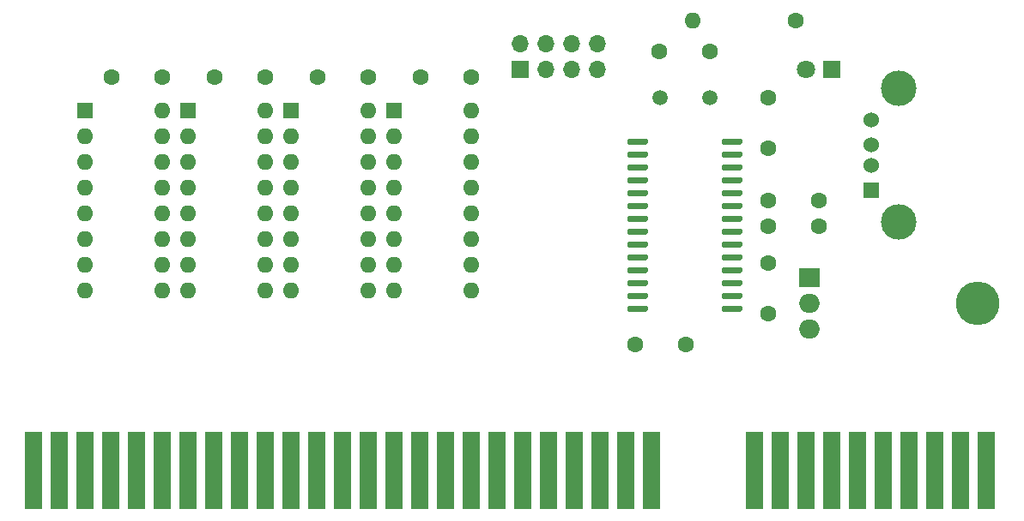
<source format=gbr>
G04 #@! TF.GenerationSoftware,KiCad,Pcbnew,(5.1.8)-1*
G04 #@! TF.CreationDate,2023-04-05T17:01:07-06:00*
G04 #@! TF.ProjectId,CH376S Module,43483337-3653-4204-9d6f-64756c652e6b,rev?*
G04 #@! TF.SameCoordinates,Original*
G04 #@! TF.FileFunction,Soldermask,Top*
G04 #@! TF.FilePolarity,Negative*
%FSLAX46Y46*%
G04 Gerber Fmt 4.6, Leading zero omitted, Abs format (unit mm)*
G04 Created by KiCad (PCBNEW (5.1.8)-1) date 2023-04-05 17:01:07*
%MOMM*%
%LPD*%
G01*
G04 APERTURE LIST*
%ADD10O,1.600000X1.600000*%
%ADD11R,1.600000X1.600000*%
%ADD12O,1.700000X1.700000*%
%ADD13R,1.700000X1.700000*%
%ADD14C,1.600000*%
%ADD15R,1.780000X7.620000*%
%ADD16O,2.000000X1.905000*%
%ADD17R,2.000000X1.905000*%
%ADD18O,4.318000X4.318000*%
%ADD19C,1.524000*%
%ADD20R,1.524000X1.524000*%
%ADD21C,3.500000*%
%ADD22C,1.500000*%
%ADD23C,1.800000*%
%ADD24R,1.800000X1.800000*%
G04 APERTURE END LIST*
D10*
G04 #@! TO.C,U3*
X149860000Y-109220000D03*
X142240000Y-127000000D03*
X149860000Y-111760000D03*
X142240000Y-124460000D03*
X149860000Y-114300000D03*
X142240000Y-121920000D03*
X149860000Y-116840000D03*
X142240000Y-119380000D03*
X149860000Y-119380000D03*
X142240000Y-116840000D03*
X149860000Y-121920000D03*
X142240000Y-114300000D03*
X149860000Y-124460000D03*
X142240000Y-111760000D03*
X149860000Y-127000000D03*
D11*
X142240000Y-109220000D03*
G04 #@! TD*
D12*
G04 #@! TO.C,J3*
X162306000Y-102616000D03*
X162306000Y-105156000D03*
X159766000Y-102616000D03*
X159766000Y-105156000D03*
X157226000Y-102616000D03*
X157226000Y-105156000D03*
X154686000Y-102616000D03*
D13*
X154686000Y-105156000D03*
G04 #@! TD*
D14*
G04 #@! TO.C,C3*
X149860000Y-105918000D03*
X144860000Y-105918000D03*
G04 #@! TD*
D10*
G04 #@! TO.C,U15*
X119380000Y-109220000D03*
X111760000Y-127000000D03*
X119380000Y-111760000D03*
X111760000Y-124460000D03*
X119380000Y-114300000D03*
X111760000Y-121920000D03*
X119380000Y-116840000D03*
X111760000Y-119380000D03*
X119380000Y-119380000D03*
X111760000Y-116840000D03*
X119380000Y-121920000D03*
X111760000Y-114300000D03*
X119380000Y-124460000D03*
X111760000Y-111760000D03*
X119380000Y-127000000D03*
D11*
X111760000Y-109220000D03*
G04 #@! TD*
D10*
G04 #@! TO.C,U14*
X129540000Y-109220000D03*
X121920000Y-127000000D03*
X129540000Y-111760000D03*
X121920000Y-124460000D03*
X129540000Y-114300000D03*
X121920000Y-121920000D03*
X129540000Y-116840000D03*
X121920000Y-119380000D03*
X129540000Y-119380000D03*
X121920000Y-116840000D03*
X129540000Y-121920000D03*
X121920000Y-114300000D03*
X129540000Y-124460000D03*
X121920000Y-111760000D03*
X129540000Y-127000000D03*
D11*
X121920000Y-109220000D03*
G04 #@! TD*
D10*
G04 #@! TO.C,U13*
X139700000Y-109220000D03*
X132080000Y-127000000D03*
X139700000Y-111760000D03*
X132080000Y-124460000D03*
X139700000Y-114300000D03*
X132080000Y-121920000D03*
X139700000Y-116840000D03*
X132080000Y-119380000D03*
X139700000Y-119380000D03*
X132080000Y-116840000D03*
X139700000Y-121920000D03*
X132080000Y-114300000D03*
X139700000Y-124460000D03*
X132080000Y-111760000D03*
X139700000Y-127000000D03*
D11*
X132080000Y-109220000D03*
G04 #@! TD*
D15*
G04 #@! TO.C,J2*
X200660000Y-144780000D03*
X198120000Y-144780000D03*
X193040000Y-144780000D03*
X195580000Y-144780000D03*
X177800000Y-144780000D03*
X180340000Y-144780000D03*
X182880000Y-144780000D03*
X185420000Y-144780000D03*
X187960000Y-144780000D03*
X190500000Y-144780000D03*
G04 #@! TD*
D14*
G04 #@! TO.C,C16*
X119380000Y-105918000D03*
X114380000Y-105918000D03*
G04 #@! TD*
G04 #@! TO.C,C15*
X139700000Y-105918000D03*
X134700000Y-105918000D03*
G04 #@! TD*
G04 #@! TO.C,C14*
X129540000Y-105918000D03*
X124540000Y-105918000D03*
G04 #@! TD*
D15*
G04 #@! TO.C,J1*
X106680000Y-144780000D03*
X109220000Y-144780000D03*
X111760000Y-144780000D03*
X114300000Y-144780000D03*
X116840000Y-144780000D03*
X119380000Y-144780000D03*
X121920000Y-144780000D03*
X124460000Y-144780000D03*
X127000000Y-144780000D03*
X129540000Y-144780000D03*
X132080000Y-144780000D03*
X134620000Y-144780000D03*
X137160000Y-144780000D03*
X139700000Y-144780000D03*
X142240000Y-144780000D03*
X144780000Y-144780000D03*
X147320000Y-144780000D03*
X149860000Y-144780000D03*
X152400000Y-144780000D03*
X154940000Y-144780000D03*
X157480000Y-144780000D03*
X160020000Y-144780000D03*
X162560000Y-144780000D03*
X165100000Y-144780000D03*
X167640000Y-144780000D03*
G04 #@! TD*
D16*
G04 #@! TO.C,U2*
X183197500Y-130873500D03*
X183197500Y-128333500D03*
D17*
X183197500Y-125793500D03*
D18*
X199857500Y-128333500D03*
G04 #@! TD*
D14*
G04 #@! TO.C,C5*
X179133500Y-113013500D03*
X179133500Y-108013500D03*
G04 #@! TD*
G04 #@! TO.C,C4*
X173402000Y-103378000D03*
X168402000Y-103378000D03*
G04 #@! TD*
G04 #@! TO.C,C2*
X179133500Y-118173500D03*
X184133500Y-118173500D03*
G04 #@! TD*
G04 #@! TO.C,C1*
X171005500Y-132397500D03*
X166005500Y-132397500D03*
G04 #@! TD*
D19*
G04 #@! TO.C,USB1*
X189293500Y-110157500D03*
X189293500Y-112657500D03*
X189293500Y-114657500D03*
D20*
X189293500Y-117157500D03*
D21*
X192003500Y-120227500D03*
X192003500Y-107087500D03*
G04 #@! TD*
D22*
G04 #@! TO.C,Y2*
X173365500Y-108013500D03*
X168465500Y-108013500D03*
G04 #@! TD*
G04 #@! TO.C,U1*
G36*
G01*
X167302500Y-128691500D02*
X167302500Y-128991500D01*
G75*
G02*
X167152500Y-129141500I-150000J0D01*
G01*
X165402500Y-129141500D01*
G75*
G02*
X165252500Y-128991500I0J150000D01*
G01*
X165252500Y-128691500D01*
G75*
G02*
X165402500Y-128541500I150000J0D01*
G01*
X167152500Y-128541500D01*
G75*
G02*
X167302500Y-128691500I0J-150000D01*
G01*
G37*
G36*
G01*
X167302500Y-127421500D02*
X167302500Y-127721500D01*
G75*
G02*
X167152500Y-127871500I-150000J0D01*
G01*
X165402500Y-127871500D01*
G75*
G02*
X165252500Y-127721500I0J150000D01*
G01*
X165252500Y-127421500D01*
G75*
G02*
X165402500Y-127271500I150000J0D01*
G01*
X167152500Y-127271500D01*
G75*
G02*
X167302500Y-127421500I0J-150000D01*
G01*
G37*
G36*
G01*
X167302500Y-126151500D02*
X167302500Y-126451500D01*
G75*
G02*
X167152500Y-126601500I-150000J0D01*
G01*
X165402500Y-126601500D01*
G75*
G02*
X165252500Y-126451500I0J150000D01*
G01*
X165252500Y-126151500D01*
G75*
G02*
X165402500Y-126001500I150000J0D01*
G01*
X167152500Y-126001500D01*
G75*
G02*
X167302500Y-126151500I0J-150000D01*
G01*
G37*
G36*
G01*
X167302500Y-124881500D02*
X167302500Y-125181500D01*
G75*
G02*
X167152500Y-125331500I-150000J0D01*
G01*
X165402500Y-125331500D01*
G75*
G02*
X165252500Y-125181500I0J150000D01*
G01*
X165252500Y-124881500D01*
G75*
G02*
X165402500Y-124731500I150000J0D01*
G01*
X167152500Y-124731500D01*
G75*
G02*
X167302500Y-124881500I0J-150000D01*
G01*
G37*
G36*
G01*
X167302500Y-123611500D02*
X167302500Y-123911500D01*
G75*
G02*
X167152500Y-124061500I-150000J0D01*
G01*
X165402500Y-124061500D01*
G75*
G02*
X165252500Y-123911500I0J150000D01*
G01*
X165252500Y-123611500D01*
G75*
G02*
X165402500Y-123461500I150000J0D01*
G01*
X167152500Y-123461500D01*
G75*
G02*
X167302500Y-123611500I0J-150000D01*
G01*
G37*
G36*
G01*
X167302500Y-122341500D02*
X167302500Y-122641500D01*
G75*
G02*
X167152500Y-122791500I-150000J0D01*
G01*
X165402500Y-122791500D01*
G75*
G02*
X165252500Y-122641500I0J150000D01*
G01*
X165252500Y-122341500D01*
G75*
G02*
X165402500Y-122191500I150000J0D01*
G01*
X167152500Y-122191500D01*
G75*
G02*
X167302500Y-122341500I0J-150000D01*
G01*
G37*
G36*
G01*
X167302500Y-121071500D02*
X167302500Y-121371500D01*
G75*
G02*
X167152500Y-121521500I-150000J0D01*
G01*
X165402500Y-121521500D01*
G75*
G02*
X165252500Y-121371500I0J150000D01*
G01*
X165252500Y-121071500D01*
G75*
G02*
X165402500Y-120921500I150000J0D01*
G01*
X167152500Y-120921500D01*
G75*
G02*
X167302500Y-121071500I0J-150000D01*
G01*
G37*
G36*
G01*
X167302500Y-119801500D02*
X167302500Y-120101500D01*
G75*
G02*
X167152500Y-120251500I-150000J0D01*
G01*
X165402500Y-120251500D01*
G75*
G02*
X165252500Y-120101500I0J150000D01*
G01*
X165252500Y-119801500D01*
G75*
G02*
X165402500Y-119651500I150000J0D01*
G01*
X167152500Y-119651500D01*
G75*
G02*
X167302500Y-119801500I0J-150000D01*
G01*
G37*
G36*
G01*
X167302500Y-118531500D02*
X167302500Y-118831500D01*
G75*
G02*
X167152500Y-118981500I-150000J0D01*
G01*
X165402500Y-118981500D01*
G75*
G02*
X165252500Y-118831500I0J150000D01*
G01*
X165252500Y-118531500D01*
G75*
G02*
X165402500Y-118381500I150000J0D01*
G01*
X167152500Y-118381500D01*
G75*
G02*
X167302500Y-118531500I0J-150000D01*
G01*
G37*
G36*
G01*
X167302500Y-117261500D02*
X167302500Y-117561500D01*
G75*
G02*
X167152500Y-117711500I-150000J0D01*
G01*
X165402500Y-117711500D01*
G75*
G02*
X165252500Y-117561500I0J150000D01*
G01*
X165252500Y-117261500D01*
G75*
G02*
X165402500Y-117111500I150000J0D01*
G01*
X167152500Y-117111500D01*
G75*
G02*
X167302500Y-117261500I0J-150000D01*
G01*
G37*
G36*
G01*
X167302500Y-115991500D02*
X167302500Y-116291500D01*
G75*
G02*
X167152500Y-116441500I-150000J0D01*
G01*
X165402500Y-116441500D01*
G75*
G02*
X165252500Y-116291500I0J150000D01*
G01*
X165252500Y-115991500D01*
G75*
G02*
X165402500Y-115841500I150000J0D01*
G01*
X167152500Y-115841500D01*
G75*
G02*
X167302500Y-115991500I0J-150000D01*
G01*
G37*
G36*
G01*
X167302500Y-114721500D02*
X167302500Y-115021500D01*
G75*
G02*
X167152500Y-115171500I-150000J0D01*
G01*
X165402500Y-115171500D01*
G75*
G02*
X165252500Y-115021500I0J150000D01*
G01*
X165252500Y-114721500D01*
G75*
G02*
X165402500Y-114571500I150000J0D01*
G01*
X167152500Y-114571500D01*
G75*
G02*
X167302500Y-114721500I0J-150000D01*
G01*
G37*
G36*
G01*
X167302500Y-113451500D02*
X167302500Y-113751500D01*
G75*
G02*
X167152500Y-113901500I-150000J0D01*
G01*
X165402500Y-113901500D01*
G75*
G02*
X165252500Y-113751500I0J150000D01*
G01*
X165252500Y-113451500D01*
G75*
G02*
X165402500Y-113301500I150000J0D01*
G01*
X167152500Y-113301500D01*
G75*
G02*
X167302500Y-113451500I0J-150000D01*
G01*
G37*
G36*
G01*
X167302500Y-112181500D02*
X167302500Y-112481500D01*
G75*
G02*
X167152500Y-112631500I-150000J0D01*
G01*
X165402500Y-112631500D01*
G75*
G02*
X165252500Y-112481500I0J150000D01*
G01*
X165252500Y-112181500D01*
G75*
G02*
X165402500Y-112031500I150000J0D01*
G01*
X167152500Y-112031500D01*
G75*
G02*
X167302500Y-112181500I0J-150000D01*
G01*
G37*
G36*
G01*
X176602500Y-112181500D02*
X176602500Y-112481500D01*
G75*
G02*
X176452500Y-112631500I-150000J0D01*
G01*
X174702500Y-112631500D01*
G75*
G02*
X174552500Y-112481500I0J150000D01*
G01*
X174552500Y-112181500D01*
G75*
G02*
X174702500Y-112031500I150000J0D01*
G01*
X176452500Y-112031500D01*
G75*
G02*
X176602500Y-112181500I0J-150000D01*
G01*
G37*
G36*
G01*
X176602500Y-113451500D02*
X176602500Y-113751500D01*
G75*
G02*
X176452500Y-113901500I-150000J0D01*
G01*
X174702500Y-113901500D01*
G75*
G02*
X174552500Y-113751500I0J150000D01*
G01*
X174552500Y-113451500D01*
G75*
G02*
X174702500Y-113301500I150000J0D01*
G01*
X176452500Y-113301500D01*
G75*
G02*
X176602500Y-113451500I0J-150000D01*
G01*
G37*
G36*
G01*
X176602500Y-114721500D02*
X176602500Y-115021500D01*
G75*
G02*
X176452500Y-115171500I-150000J0D01*
G01*
X174702500Y-115171500D01*
G75*
G02*
X174552500Y-115021500I0J150000D01*
G01*
X174552500Y-114721500D01*
G75*
G02*
X174702500Y-114571500I150000J0D01*
G01*
X176452500Y-114571500D01*
G75*
G02*
X176602500Y-114721500I0J-150000D01*
G01*
G37*
G36*
G01*
X176602500Y-115991500D02*
X176602500Y-116291500D01*
G75*
G02*
X176452500Y-116441500I-150000J0D01*
G01*
X174702500Y-116441500D01*
G75*
G02*
X174552500Y-116291500I0J150000D01*
G01*
X174552500Y-115991500D01*
G75*
G02*
X174702500Y-115841500I150000J0D01*
G01*
X176452500Y-115841500D01*
G75*
G02*
X176602500Y-115991500I0J-150000D01*
G01*
G37*
G36*
G01*
X176602500Y-117261500D02*
X176602500Y-117561500D01*
G75*
G02*
X176452500Y-117711500I-150000J0D01*
G01*
X174702500Y-117711500D01*
G75*
G02*
X174552500Y-117561500I0J150000D01*
G01*
X174552500Y-117261500D01*
G75*
G02*
X174702500Y-117111500I150000J0D01*
G01*
X176452500Y-117111500D01*
G75*
G02*
X176602500Y-117261500I0J-150000D01*
G01*
G37*
G36*
G01*
X176602500Y-118531500D02*
X176602500Y-118831500D01*
G75*
G02*
X176452500Y-118981500I-150000J0D01*
G01*
X174702500Y-118981500D01*
G75*
G02*
X174552500Y-118831500I0J150000D01*
G01*
X174552500Y-118531500D01*
G75*
G02*
X174702500Y-118381500I150000J0D01*
G01*
X176452500Y-118381500D01*
G75*
G02*
X176602500Y-118531500I0J-150000D01*
G01*
G37*
G36*
G01*
X176602500Y-119801500D02*
X176602500Y-120101500D01*
G75*
G02*
X176452500Y-120251500I-150000J0D01*
G01*
X174702500Y-120251500D01*
G75*
G02*
X174552500Y-120101500I0J150000D01*
G01*
X174552500Y-119801500D01*
G75*
G02*
X174702500Y-119651500I150000J0D01*
G01*
X176452500Y-119651500D01*
G75*
G02*
X176602500Y-119801500I0J-150000D01*
G01*
G37*
G36*
G01*
X176602500Y-121071500D02*
X176602500Y-121371500D01*
G75*
G02*
X176452500Y-121521500I-150000J0D01*
G01*
X174702500Y-121521500D01*
G75*
G02*
X174552500Y-121371500I0J150000D01*
G01*
X174552500Y-121071500D01*
G75*
G02*
X174702500Y-120921500I150000J0D01*
G01*
X176452500Y-120921500D01*
G75*
G02*
X176602500Y-121071500I0J-150000D01*
G01*
G37*
G36*
G01*
X176602500Y-122341500D02*
X176602500Y-122641500D01*
G75*
G02*
X176452500Y-122791500I-150000J0D01*
G01*
X174702500Y-122791500D01*
G75*
G02*
X174552500Y-122641500I0J150000D01*
G01*
X174552500Y-122341500D01*
G75*
G02*
X174702500Y-122191500I150000J0D01*
G01*
X176452500Y-122191500D01*
G75*
G02*
X176602500Y-122341500I0J-150000D01*
G01*
G37*
G36*
G01*
X176602500Y-123611500D02*
X176602500Y-123911500D01*
G75*
G02*
X176452500Y-124061500I-150000J0D01*
G01*
X174702500Y-124061500D01*
G75*
G02*
X174552500Y-123911500I0J150000D01*
G01*
X174552500Y-123611500D01*
G75*
G02*
X174702500Y-123461500I150000J0D01*
G01*
X176452500Y-123461500D01*
G75*
G02*
X176602500Y-123611500I0J-150000D01*
G01*
G37*
G36*
G01*
X176602500Y-124881500D02*
X176602500Y-125181500D01*
G75*
G02*
X176452500Y-125331500I-150000J0D01*
G01*
X174702500Y-125331500D01*
G75*
G02*
X174552500Y-125181500I0J150000D01*
G01*
X174552500Y-124881500D01*
G75*
G02*
X174702500Y-124731500I150000J0D01*
G01*
X176452500Y-124731500D01*
G75*
G02*
X176602500Y-124881500I0J-150000D01*
G01*
G37*
G36*
G01*
X176602500Y-126151500D02*
X176602500Y-126451500D01*
G75*
G02*
X176452500Y-126601500I-150000J0D01*
G01*
X174702500Y-126601500D01*
G75*
G02*
X174552500Y-126451500I0J150000D01*
G01*
X174552500Y-126151500D01*
G75*
G02*
X174702500Y-126001500I150000J0D01*
G01*
X176452500Y-126001500D01*
G75*
G02*
X176602500Y-126151500I0J-150000D01*
G01*
G37*
G36*
G01*
X176602500Y-127421500D02*
X176602500Y-127721500D01*
G75*
G02*
X176452500Y-127871500I-150000J0D01*
G01*
X174702500Y-127871500D01*
G75*
G02*
X174552500Y-127721500I0J150000D01*
G01*
X174552500Y-127421500D01*
G75*
G02*
X174702500Y-127271500I150000J0D01*
G01*
X176452500Y-127271500D01*
G75*
G02*
X176602500Y-127421500I0J-150000D01*
G01*
G37*
G36*
G01*
X176602500Y-128691500D02*
X176602500Y-128991500D01*
G75*
G02*
X176452500Y-129141500I-150000J0D01*
G01*
X174702500Y-129141500D01*
G75*
G02*
X174552500Y-128991500I0J150000D01*
G01*
X174552500Y-128691500D01*
G75*
G02*
X174702500Y-128541500I150000J0D01*
G01*
X176452500Y-128541500D01*
G75*
G02*
X176602500Y-128691500I0J-150000D01*
G01*
G37*
G04 #@! TD*
D10*
G04 #@! TO.C,R2*
X171704000Y-100330000D03*
D14*
X181864000Y-100330000D03*
G04 #@! TD*
D23*
G04 #@! TO.C,D1*
X182880000Y-105156000D03*
D24*
X185420000Y-105156000D03*
G04 #@! TD*
D14*
G04 #@! TO.C,C7*
X179133500Y-120713500D03*
X184133500Y-120713500D03*
G04 #@! TD*
G04 #@! TO.C,C6*
X179133500Y-124349500D03*
X179133500Y-129349500D03*
G04 #@! TD*
M02*

</source>
